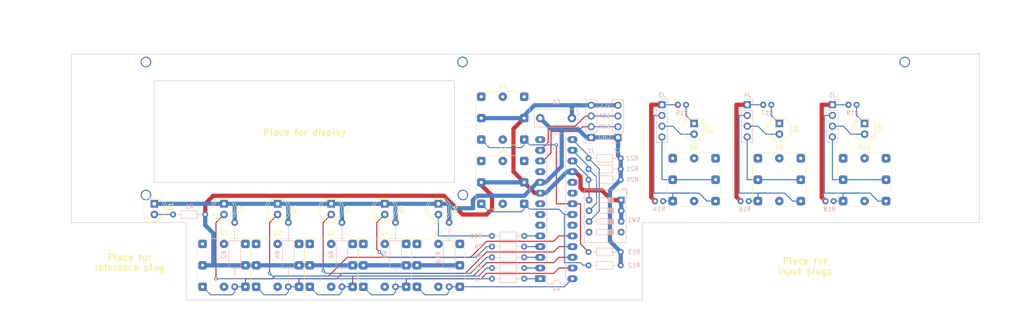
<source format=kicad_pcb>
(kicad_pcb (version 20211014) (generator pcbnew)
  (layers (0 "F.Cu" signal) (31 "B.Cu" signal) (34 "B.Paste" user) (35 "F.Paste" user) (36 "B.SilkS" user "B.Silkscreen") (37 "F.SilkS" user "F.Silkscreen") (38 "B.Mask" user) (39 "F.Mask" user) (44 "Edge.Cuts" user))
  (net 0 "")
  (net 1 "Net-(J1-Pad3)")
  (net 2 "Net-(J1-Pad2)")
  (net 3 "Net-(D6-Pad2)")
  (net 4 "Net-(D5-Pad2)")
  (net 5 "Net-(D4-Pad2)")
  (net 6 "Net-(D3-Pad2)")
  (net 7 "Net-(D2-Pad2)")
  (net 8 "Net-(D7-Pad2)")
  (net 9 "Net-(D7-Pad1)")
  (net 10 "Net-(D8-Pad2)")
  (net 11 "Net-(D8-Pad1)")
  (net 12 "Net-(D9-Pad2)")
  (net 13 "Net-(D9-Pad1)")
  (net 14 "Net-(J3-Pad4)")
  (net 15 "Net-(J3-Pad2)")
  (net 16 "Net-(J3-Pad1)")
  (net 17 "Net-(J4-Pad4)")
  (net 18 "Net-(J4-Pad2)")
  (net 19 "Net-(J4-Pad1)")
  (net 20 "Net-(J5-Pad4)")
  (net 21 "Net-(J5-Pad2)")
  (net 22 "Net-(J5-Pad1)")
  (net 23 "Net-(R2-Pad1)")
  (net 24 "Net-(R4-Pad1)")
  (net 25 "Net-(R6-Pad1)")
  (net 26 "Net-(R8-Pad1)")
  (net 27 "Net-(R10-Pad1)")
  (net 28 "Net-(R12-Pad1)")
  (net 29 "Net-(R13-Pad1)")
  (net 30 "Net-(R20-Pad1)")
  (net 31 "Net-(R21-Pad1)")
  (net 32 "Net-(R22-Pad1)")
  (net 33 "Net-(C1-Pad2)")
  (net 34 "Net-(C1-Pad1)")
  (net 35 "Net-(R3-Pad1)")
  (net 36 "Net-(R5-Pad1)")
  (net 37 "Net-(R7-Pad1)")
  (net 38 "Net-(R9-Pad1)")
  (net 39 "Net-(R11-Pad1)")
  (net 40 "Net-(D1-Pad2)")
  (footprint "Libs:SCHADOW_Button" (layer "F.Cu") (at 96.52 100.33)
    (fp_text reference "S3")
    (fp_text value "SCHADOW_Button")
  )
  (footprint "Libs:SCHADOW_Button" (layer "F.Cu") (at 71.12 100.33)
    (fp_text reference "S1")
    (fp_text value "SCHADOW_Button")
  )
  (footprint "Libs:SCHADOW_Button" (layer "F.Cu") (at 121.92 100.33)
    (fp_text reference "S5")
    (fp_text value "SCHADOW_Button")
  )
  (footprint "Libs:SCHADOW_Button" (layer "F.Cu") (at 109.22 100.33)
    (fp_text reference "S4")
    (fp_text value "SCHADOW_Button")
  )
  (footprint "LED_THT:LED_D5.0mm" (layer "F.Cu") (at 71.12 79.375 -90)
    (fp_text reference "D2")
    (fp_text value "LED")
  )
  (footprint "LED_THT:LED_D5.0mm" (layer "F.Cu") (at 83.82 79.375 -90)
    (fp_text reference "D3")
    (fp_text value "LED")
  )
  (footprint "LED_THT:LED_D5.0mm" (layer "F.Cu") (at 96.52 79.375 -90)
    (fp_text reference "D4")
    (fp_text value "LED")
  )
  (footprint "LED_THT:LED_D5.0mm" (layer "F.Cu") (at 109.22 79.375 -90)
    (fp_text reference "D5")
    (fp_text value "LED")
  )
  (footprint "LED_THT:LED_D5.0mm" (layer "F.Cu") (at 182.499 60.325 -90)
    (fp_text reference "D7")
    (fp_text value "LED")
  )
  (footprint "LED_THT:LED_D5.0mm" (layer "F.Cu") (at 222.885 60.325 -90)
    (fp_text reference "D9")
    (fp_text value "LED")
  )
  (footprint "Libs:SCHADOW_Button" (layer "F.Cu") (at 182.499 80.01)
    (fp_text reference "S8")
    (fp_text value "SCHADOW_Button")
  )
  (footprint "LED_THT:LED_D5.0mm" (layer "F.Cu") (at 54.61 79.375 -90)
    (fp_text reference "D1")
    (fp_text value "LED")
  )
  (footprint "Libs:SCHADOW_Button" (layer "F.Cu") (at 137.16 80.645)
    (fp_text reference "S6")
    (fp_text value "SCHADOW_Button")
  )
  (footprint "Libs:SCHADOW_Button" (layer "F.Cu") (at 137.16 65.405)
    (fp_text reference "S7")
    (fp_text value "SCHADOW_Button")
  )
  (footprint "LED_THT:LED_D5.0mm" (layer "F.Cu") (at 202.692 60.325 -90)
    (fp_text reference "D8")
    (fp_text value "LED")
  )
  (footprint "Libs:SCHADOW_Button" (layer "F.Cu") (at 202.692 80.01)
    (fp_text reference "S9")
    (fp_text value "SCHADOW_Button")
  )
  (footprint "Libs:SCHADOW_Button" (layer "F.Cu") (at 83.82 100.33)
    (fp_text reference "S2")
    (fp_text value "SCHADOW_Button")
  )
  (footprint "Libs:SCHADOW_Button" (layer "F.Cu") (at 222.885 80.01)
    (fp_text reference "S10")
    (fp_text value "SCHADOW_Button")
  )
  (footprint "LED_THT:LED_D5.0mm" (layer "F.Cu") (at 121.92 79.375 -90)
    (fp_text reference "D6")
    (fp_text value "LED")
  )
  (footprint "Resistor_THT:R_Axial_DIN0204_L3.6mm_D1.6mm_P7.62mm_Horizontal" (layer "B.Cu") (at 157.48 90.805)
    (fp_text reference "R13")
    (fp_text value "4,7k")
  )
  (footprint "Resistor_THT:R_Axial_DIN0204_L3.6mm_D1.6mm_P7.62mm_Horizontal" (layer "B.Cu") (at 142.24 89.535 180)
    (fp_text reference "R9")
    (fp_text value "220")
  )
  (footprint "Resistor_THT:R_Axial_DIN0204_L3.6mm_D1.6mm_P7.62mm_Horizontal" (layer "B.Cu") (at 142.24 92.075 180)
    (fp_text reference "R7")
    (fp_text value "220")
  )
  (footprint "Resistor_THT:R_Axial_DIN0207_L6.3mm_D2.5mm_P15.24mm_Horizontal" (layer "B.Cu") (at 99.06 99.06 90)
    (fp_text reference "R6")
    (fp_text value "4,7k")
  )
  (footprint "Resistor_THT:R_Axial_DIN0204_L3.6mm_D1.6mm_P7.62mm_Horizontal" (layer "B.Cu") (at 157.48 93.98)
    (fp_text reference "R12")
    (fp_text value "4,7k")
  )
  (footprint "Package_DIP:DIP-28_W7.62mm_LongPads" (layer "B.Cu") (at 146.05 97.155)
    (fp_text reference "U1")
    (fp_text value "MCP23017_SP")
  )
  (footprint "Resistor_THT:R_Axial_DIN0207_L6.3mm_D2.5mm_P15.24mm_Horizontal" (layer "B.Cu") (at 73.66 99.06 90)
    (fp_text reference "R2")
    (fp_text value "4,7k")
  )
  (footprint "Resistor_THT:R_Axial_DIN0207_L6.3mm_D2.5mm_P15.24mm_Horizontal" (layer "B.Cu") (at 111.76 99.06 90)
    (fp_text reference "R8")
    (fp_text value "4,7k")
  )
  (footprint "Connector_PinHeader_2.54mm:PinHeader_1x04_P2.54mm_Vertical" (layer "B.Cu") (at 174.879 55.88 180)
    (fp_text reference "J3")
    (fp_text value "Conn_01x04_Male")
  )
  (footprint "Connector_PinHeader_2.54mm:PinHeader_1x04_P2.54mm_Vertical" (layer "B.Cu") (at 215.265 55.88 180)
    (fp_text reference "J5")
    (fp_text value "Conn_01x04_Male")
  )
  (footprint "Resistor_THT:R_Axial_DIN0204_L3.6mm_D1.6mm_P1.90mm_Vertical" (layer "B.Cu") (at 178.694 55.88)
    (fp_text reference "R15")
    (fp_text value "220")
  )
  (footprint "Resistor_THT:R_Axial_DIN0204_L3.6mm_D1.6mm_P1.90mm_Vertical" (layer "B.Cu") (at 213.6375 78.74)
    (fp_text reference "R18")
    (fp_text value "4,7k")
  )
  (footprint "Resistor_THT:R_Axial_DIN0204_L3.6mm_D1.6mm_P1.90mm_Vertical" (layer "B.Cu") (at 219.08 55.88)
    (fp_text reference "R19")
    (fp_text value "220")
  )
  (footprint "Resistor_THT:R_Axial_DIN0204_L3.6mm_D1.6mm_P7.62mm_Horizontal" (layer "B.Cu") (at 157.48 71.12)
    (fp_text reference "R21")
    (fp_text value "4,7k")
  )
  (footprint "Resistor_THT:R_Axial_DIN0204_L3.6mm_D1.6mm_P7.62mm_Horizontal" (layer "B.Cu") (at 157.48 68.58)
    (fp_text reference "R22")
    (fp_text value "4,7k")
  )
  (footprint "Capacitor_THT:C_Rect_L10.0mm_W4.0mm_P7.50mm_FKS3_FKP3" (layer "B.Cu") (at 153.55 59.055 180)
    (fp_text reference "C1")
    (fp_text value "100nF")
  )
  (footprint "Button_Switch_THT:SW_DIP_SPSTx04_Slide_9.78x12.34mm_W7.62mm_P2.54mm" (layer "B.Cu") (at 165.227 78.486 180)
    (fp_text reference "SW1")
    (fp_text value "SW_DIP_x04")
  )
  (footprint "Resistor_THT:R_Axial_DIN0204_L3.6mm_D1.6mm_P7.62mm_Horizontal" (layer "B.Cu") (at 157.48 73.66)
    (fp_text reference "R20")
    (fp_text value "4,7k")
  )
  (footprint "Resistor_THT:R_Axial_DIN0204_L3.6mm_D1.6mm_P7.62mm_Horizontal" (layer "B.Cu") (at 142.24 97.155 180)
    (fp_text reference "R3")
    (fp_text value "220")
  )
  (footprint "Resistor_THT:R_Axial_DIN0204_L3.6mm_D1.6mm_P7.62mm_Horizontal" (layer "B.Cu") (at 142.24 94.615 180)
    (fp_text reference "R5")
    (fp_text value "220")
  )
  (footprint "Resistor_THT:R_Axial_DIN0204_L3.6mm_D1.6mm_P7.62mm_Horizontal" (layer "B.Cu") (at 142.24 86.995 180)
    (fp_text reference "R11")
    (fp_text value "220")
  )
  (footprint "Resistor_THT:R_Axial_DIN0204_L3.6mm_D1.6mm_P7.62mm_Horizontal" (layer "B.Cu") (at 66.675 81.915 180)
    (fp_text reference "R1")
    (fp_text value "220")
  )
  (footprint "Resistor_THT:R_Axial_DIN0207_L6.3mm_D2.5mm_P15.24mm_Horizontal" (layer "B.Cu") (at 124.46 99.06 90)
    (fp_text reference "R10")
    (fp_text value "4,7k")
  )
  (footprint "Connector_PinHeader_2.54mm:PinHeader_1x04_P2.54mm_Vertical" (layer "B.Cu") (at 164.465 63.627)
    (fp_text reference "J2")
    (fp_text value "Conn_01x04_Male")
  )
  (footprint "Connector_PinHeader_2.54mm:PinHeader_1x04_P2.54mm_Vertical" (layer "B.Cu") (at 158.115 63.627)
    (fp_text reference "J1")
    (fp_text value "Conn_01x04_Male")
  )
  (footprint "Resistor_THT:R_Axial_DIN0204_L3.6mm_D1.6mm_P1.90mm_Vertical" (layer "B.Cu") (at 173.2515 78.74)
    (fp_text reference "R14")
    (fp_text value "4,7k")
  )
  (footprint "Resistor_THT:R_Axial_DIN0204_L3.6mm_D1.6mm_P1.90mm_Vertical" (layer "B.Cu") (at 198.887 55.88)
    (fp_text reference "R17")
    (fp_text value "220")
  )
  (footprint "Resistor_THT:R_Axial_DIN0204_L3.6mm_D1.6mm_P1.90mm_Vertical" (layer "B.Cu") (at 193.5245 78.74)
    (fp_text reference "R16")
    (fp_text value "4,7k")
  )
  (footprint "Connector_PinHeader_2.54mm:PinHeader_1x04_P2.54mm_Vertical" (layer "B.Cu") (at 195.072 55.88 180)
    (fp_text reference "J4")
    (fp_text value "Conn_01x04_Male")
  )
  (footprint "Resistor_THT:R_Axial_DIN0207_L6.3mm_D2.5mm_P15.24mm_Horizontal" (layer "B.Cu") (at 86.36 99.06 90)
    (fp_text reference "R4")
    (fp_text value "4,7k")
  )
  (gr_line (start 34.925 83.82) (end 34.925 43.815) (layer "Edge.Cuts") (width 0.15))
  (gr_line (start 54.61 50.165) (end 54.61 74.295) (layer "Edge.Cuts") (width 0.15))
  (gr_line (start 125.73 74.295) (end 125.73 50.165) (layer "Edge.Cuts") (width 0.15))
  (gr_line (start 170.18 102.235) (end 62.23 102.235) (layer "Edge.Cuts") (width 0.15))
  (gr_line (start 170.18 83.8835) (end 170.18 102.235) (layer "Edge.Cuts") (width 0.15))
  (gr_line (start 125.73 50.165) (end 54.61 50.165) (layer "Edge.Cuts") (width 0.15))
  (gr_line (start 34.925 43.815) (end 250.063 43.815) (layer "Edge.Cuts") (width 0.15))
  (gr_line (start 34.925 83.82) (end 62.23 83.82) (layer "Edge.Cuts") (width 0.15))
  (gr_line (start 62.23 83.82) (end 62.23 102.235) (layer "Edge.Cuts") (width 0.15))
  (gr_line (start 250.063 83.82) (end 170.18 83.8835) (layer "Edge.Cuts") (width 0.15))
  (gr_line (start 54.61 74.295) (end 125.73 74.295) (layer "Edge.Cuts") (width 0.15))
  (gr_line (start 250.063 43.815) (end 250.063 83.82) (layer "Edge.Cuts") (width 0.15))
  (gr_text "VCC" (at 161.29 56.007) (layer "B.SilkS") (effects (font (size 1 1)) (justify mirror)))
  (gr_text "GND" (at 161.29 63.627) (layer "B.SilkS") (effects (font (size 1 1)) (justify mirror)))
  (gr_text "SCK" (at 161.29 61.087) (layer "B.SilkS") (effects (font (size 1 1)) (justify mirror)))
  (gr_text "SDA" (at 161.29 58.547) (layer "B.SilkS") (effects (font (size 1 1)) (justify mirror)))
  (gr_text "Place for\nreference plug" (at 48.7426 93.2942) (layer "F.SilkS") (effects (font (size 1.5 1.5) (thickness 0.3))))
  (gr_text "Place for\ninput plugs" (at 208.7626 94.1832) (layer "F.SilkS") (effects (font (size 1.5 1.5) (thickness 0.3))))
  (gr_text "Place for display" (at 90.2208 62.3824) (layer "F.SilkS") (effects (font (size 1.5 1.5) (thickness 0.3))))
  (via (at 52.6288 45.72) (size 2.5) (drill 2) (layers "F.Cu" "B.Cu") (net 0))
  (via (at 127.635 45.72) (size 2.5) (drill 2) (layers "F.Cu" "B.Cu") (net 0))
  (via (at 127.7112 77.2922) (size 2.5) (drill 2) (layers "F.Cu" "B.Cu") (net 0))
  (via (at 232.41 45.72) (size 2.5) (drill 2) (layers "F.Cu" "B.Cu") (net 0))
  (via (at 52.6288 77.2922) (size 2.5) (drill 2) (layers "F.Cu" "B.Cu") (net 0))
  (segment (start 156.718 58.547) (end 158.115 58.547) (width 0.25) (layer "F.Cu") (net 1))
  (segment (start 147.955 64.77) (end 147.955 60.96) (width 0.25) (layer "F.Cu") (net 1))
  (segment (start 146.05 66.675) (end 147.955 64.77) (width 0.25) (layer "F.Cu") (net 1))
  (segment (start 154.305 60.96) (end 156.718 58.547) (width 0.25) (layer "F.Cu") (net 1))
  (segment (start 147.955 60.96) (end 154.305 60.96) (width 0.25) (layer "F.Cu") (net 1))
  (segment (start 164.465 58.547) (end 158.115 58.547) (width 0.25) (layer "B.Cu") (net 1))
  (segment (start 156.083 61.087) (end 158.115 61.087) (width 0.25) (layer "F.Cu") (net 2))
  (segment (start 146.05 69.215) (end 146.685 69.215) (width 0.25) (layer "F.Cu") (net 2))
  (segment (start 146.685 69.215) (end 148.59 67.31) (width 0.25) (layer "F.Cu") (net 2))
  (segment (start 148.59 62.23) (end 154.94 62.23) (width 0.25) (layer "F.Cu") (net 2))
  (segment (start 148.59 67.31) (end 148.59 62.23) (width 0.25) (layer "F.Cu") (net 2))
  (segment (start 154.94 62.23) (end 156.083 61.087) (width 0.25) (layer "F.Cu") (net 2))
  (segment (start 164.465 61.087) (end 158.115 61.087) (width 0.25) (layer "B.Cu") (net 2))
  (segment (start 121.92 86.995) (end 121.92 81.915) (width 0.25) (layer "B.Cu") (net 3))
  (segment (start 134.62 86.995) (end 121.92 86.995) (width 0.25) (layer "B.Cu") (net 3))
  (segment (start 107.315 90.17) (end 107.315 83.82) (width 0.25) (layer "F.Cu") (net 4))
  (segment (start 107.95 90.805) (end 107.315 90.17) (width 0.25) (layer "F.Cu") (net 4))
  (segment (start 107.315 83.82) (end 109.22 81.915) (width 0.25) (layer "F.Cu") (net 4))
  (via (at 107.95 90.805) (size 0.8) (drill 0.4) (layers "F.Cu" "B.Cu") (net 4))
  (segment (start 130.81 92.075) (end 133.35 89.535) (width 0.25) (layer "B.Cu") (net 4))
  (segment (start 133.35 89.535) (end 134.62 89.535) (width 0.25) (layer "B.Cu") (net 4))
  (segment (start 107.95 90.805) (end 109.22 92.075) (width 0.25) (layer "B.Cu") (net 4))
  (segment (start 109.22 92.075) (end 130.81 92.075) (width 0.25) (layer "B.Cu") (net 4))
  (segment (start 94.615 83.82) (end 96.52 81.915) (width 0.25) (layer "F.Cu") (net 5))
  (segment (start 94.615 95.25) (end 94.615 83.82) (width 0.25) (layer "F.Cu") (net 5))
  (via (at 94.615 95.25) (size 0.8) (drill 0.4) (layers "F.Cu" "B.Cu") (net 5))
  (segment (start 94.615 95.25) (end 95.25 95.885) (width 0.25) (layer "B.Cu") (net 5))
  (segment (start 133.35 92.075) (end 134.62 92.075) (width 0.25) (layer "B.Cu") (net 5))
  (segment (start 95.25 95.885) (end 129.54 95.885) (width 0.25) (layer "B.Cu") (net 5))
  (segment (start 129.54 95.885) (end 133.35 92.075) (width 0.25) (layer "B.Cu") (net 5))
  (segment (start 81.915 95.885) (end 81.915 83.82) (width 0.25) (layer "F.Cu") (net 6))
  (segment (start 81.915 83.82) (end 83.82 81.915) (width 0.25) (layer "F.Cu") (net 6))
  (via (at 81.915 95.885) (size 0.8) (drill 0.4) (layers "F.Cu" "B.Cu") (net 6))
  (segment (start 81.915 95.885) (end 82.55 96.52) (width 0.25) (layer "B.Cu") (net 6))
  (segment (start 133.35 94.615) (end 134.62 94.615) (width 0.25) (layer "B.Cu") (net 6))
  (segment (start 131.445 96.52) (end 133.35 94.615) (width 0.25) (layer "B.Cu") (net 6))
  (segment (start 82.55 96.52) (end 131.445 96.52) (width 0.25) (layer "B.Cu") (net 6))
  (segment (start 69.215 97.155) (end 69.215 83.82) (width 0.25) (layer "F.Cu") (net 7))
  (segment (start 69.215 83.82) (end 71.12 81.915) (width 0.25) (layer "F.Cu") (net 7))
  (via (at 69.215 97.155) (size 0.8) (drill 0.4) (layers "F.Cu" "B.Cu") (net 7))
  (segment (start 134.62 97.155) (end 69.215 97.155) (width 0.25) (layer "B.Cu") (net 7))
  (segment (start 177.419 60.96) (end 174.879 60.96) (width 0.25) (layer "B.Cu") (net 8))
  (segment (start 182.499 62.865) (end 179.324 62.865) (width 0.25) (layer "B.Cu") (net 8))
  (segment (start 179.324 62.865) (end 177.419 60.96) (width 0.25) (layer "B.Cu") (net 8))
  (segment (start 180.594 55.88) (end 180.594 58.42) (width 0.25) (layer "B.Cu") (net 9))
  (segment (start 180.594 58.42) (end 182.499 60.325) (width 0.25) (layer "B.Cu") (net 9))
  (segment (start 202.692 62.865) (end 199.517 62.865) (width 0.25) (layer "B.Cu") (net 10))
  (segment (start 199.517 62.865) (end 197.612 60.96) (width 0.25) (layer "B.Cu") (net 10))
  (segment (start 197.612 60.96) (end 195.072 60.96) (width 0.25) (layer "B.Cu") (net 10))
  (segment (start 200.787 58.42) (end 202.692 60.325) (width 0.25) (layer "B.Cu") (net 11))
  (segment (start 200.787 55.88) (end 200.787 58.42) (width 0.25) (layer "B.Cu") (net 11))
  (segment (start 222.885 62.865) (end 219.71 62.865) (width 0.25) (layer "B.Cu") (net 12))
  (segment (start 219.71 62.865) (end 217.805 60.96) (width 0.25) (layer "B.Cu") (net 12))
  (segment (start 217.805 60.96) (end 215.265 60.96) (width 0.25) (layer "B.Cu") (net 12))
  (segment (start 220.98 55.88) (end 220.98 58.42) (width 0.25) (layer "B.Cu") (net 13))
  (segment (start 220.98 58.42) (end 222.885 60.325) (width 0.25) (layer "B.Cu") (net 13))
  (segment (start 174.879 73.66) (end 174.879 63.5) (width 0.25) (layer "B.Cu") (net 14))
  (segment (start 187.579 73.66) (end 177.419 73.66) (width 0.25) (layer "B.Cu") (net 14))
  (segment (start 177.419 73.66) (end 174.879 73.66) (width 0.25) (layer "B.Cu") (net 14))
  (segment (start 172.974 76.835) (end 172.974 58.42) (width 0.25) (layer "B.Cu") (net 15))
  (segment (start 177.419 78.74) (end 175.1515 78.74) (width 0.25) (layer "B.Cu") (net 15))
  (segment (start 187.579 78.74) (end 185.547 78.74) (width 0.25) (layer "B.Cu") (net 15))
  (segment (start 183.642 76.835) (end 181.229 76.835) (width 0.25) (layer "B.Cu") (net 15))
  (segment (start 185.547 78.74) (end 183.642 76.835) (width 0.25) (layer "B.Cu") (net 15))
  (segment (start 177.419 76.835) (end 177.419 78.74) (width 0.25) (layer "B.Cu") (net 15))
  (segment (start 181.229 76.835) (end 172.974 76.835) (width 0.25) (layer "B.Cu") (net 15))
  (segment (start 181.229 76.835) (end 177.419 76.835) (width 0.25) (layer "B.Cu") (net 15))
  (segment (start 172.974 58.42) (end 174.879 58.42) (width 0.25) (layer "B.Cu") (net 15))
  (segment (start 172.339 77.8275) (end 173.2515 78.74) (width 1) (layer "F.Cu") (net 16))
  (segment (start 172.339 55.88) (end 172.339 77.8275) (width 1) (layer "F.Cu") (net 16))
  (segment (start 174.879 55.88) (end 172.339 55.88) (width 1) (layer "F.Cu") (net 16))
  (segment (start 174.879 55.88) (end 178.694 55.88) (width 0.25) (layer "B.Cu") (net 16))
  (segment (start 195.072 73.66) (end 195.072 63.5) (width 0.25) (layer "B.Cu") (net 17))
  (segment (start 207.772 73.66) (end 197.612 73.66) (width 0.25) (layer "B.Cu") (net 17))
  (segment (start 197.612 73.66) (end 195.072 73.66) (width 0.25) (layer "B.Cu") (net 17))
  (segment (start 193.167 76.835) (end 193.167 58.42) (width 0.25) (layer "B.Cu") (net 18))
  (segment (start 197.612 78.74) (end 195.4245 78.74) (width 0.25) (layer "B.Cu") (net 18))
  (segment (start 207.772 78.74) (end 205.867 78.74) (width 0.25) (layer "B.Cu") (net 18))
  (segment (start 197.612 76.835) (end 197.612 78.74) (width 0.25) (layer "B.Cu") (net 18))
  (segment (start 199.517 76.835) (end 193.167 76.835) (width 0.25) (layer "B.Cu") (net 18))
  (segment (start 205.867 78.74) (end 203.962 76.835) (width 0.25) (layer "B.Cu") (net 18))
  (segment (start 199.517 76.835) (end 197.612 76.835) (width 0.25) (layer "B.Cu") (net 18))
  (segment (start 193.167 58.42) (end 195.072 58.42) (width 0.25) (layer "B.Cu") (net 18))
  (segment (start 203.962 76.835) (end 199.517 76.835) (width 0.25) (layer "B.Cu") (net 18))
  (segment (start 195.072 55.88) (end 192.532 55.88) (width 1) (layer "F.Cu") (net 19))
  (segment (start 192.532 55.88) (end 192.532 77.7475) (width 1) (layer "F.Cu") (net 19))
  (segment (start 192.532 77.7475) (end 193.5245 78.74) (width 1) (layer "F.Cu") (net 19))
  (segment (start 195.072 55.88) (end 198.887 55.88) (width 0.25) (layer "B.Cu") (net 19))
  (segment (start 217.805 73.66) (end 215.265 73.66) (width 0.25) (layer "B.Cu") (net 20))
  (segment (start 227.965 73.66) (end 217.805 73.66) (width 0.25) (layer "B.Cu") (net 20))
  (segment (start 215.265 73.66) (end 215.265 63.5) (width 0.25) (layer "B.Cu") (net 20))
  (segment (start 224.155 76.835) (end 221.615 76.835) (width 0.25) (layer "B.Cu") (net 21))
  (segment (start 213.36 58.42) (end 215.265 58.42) (width 0.25) (layer "B.Cu") (net 21))
  (segment (start 221.615 76.835) (end 217.805 76.835) (width 0.25) (layer "B.Cu") (net 21))
  (segment (start 217.805 76.835) (end 217.805 78.74) (width 0.25) (layer "B.Cu") (net 21))
  (segment (start 221.615 76.835) (end 213.36 76.835) (width 0.25) (layer "B.Cu") (net 21))
  (segment (start 217.805 78.74) (end 215.5375 78.74) (width 0.25) (layer "B.Cu") (net 21))
  (segment (start 227.965 78.74) (end 226.06 78.74) (width 0.25) (layer "B.Cu") (net 21))
  (segment (start 226.06 78.74) (end 224.155 76.835) (width 0.25) (layer "B.Cu") (net 21))
  (segment (start 213.36 76.835) (end 213.36 58.42) (width 0.25) (layer "B.Cu") (net 21))
  (segment (start 212.725 55.88) (end 215.265 55.88) (width 1) (layer "F.Cu") (net 22))
  (segment (start 212.725 77.8275) (end 212.725 55.88) (width 1) (layer "F.Cu") (net 22))
  (segment (start 213.6375 78.74) (end 212.725 77.8275) (width 1) (layer "F.Cu") (net 22))
  (segment (start 215.265 55.88) (end 219.08 55.88) (width 0.25) (layer "B.Cu") (net 22))
  (segment (start 100.33 92.075) (end 95.885 96.52) (width 0.25) (layer "F.Cu") (net 23))
  (segment (start 82.55 97.155) (end 76.2 97.155) (width 0.25) (layer "F.Cu") (net 23))
  (segment (start 95.885 96.52) (end 83.185 96.52) (width 0.25) (layer "F.Cu") (net 23))
  (segment (start 129.54 92.075) (end 100.33 92.075) (width 0.25) (layer "F.Cu") (net 23))
  (segment (start 149.225 88.265) (end 133.35 88.265) (width 0.25) (layer "F.Cu") (net 23))
  (segment (start 153.67 86.995) (end 150.495 86.995) (width 0.25) (layer "F.Cu") (net 23))
  (segment (start 76.2 97.155) (end 76.2 99.06) (width 0.25) (layer "F.Cu") (net 23))
  (segment (start 150.495 86.995) (end 149.225 88.265) (width 0.25) (layer "F.Cu") (net 23))
  (segment (start 83.185 96.52) (end 82.55 97.155) (width 0.25) (layer "F.Cu") (net 23))
  (segment (start 133.35 88.265) (end 129.54 92.075) (width 0.25) (layer "F.Cu") (net 23))
  (segment (start 73.66 99.06) (end 76.2 99.06) (width 0.25) (layer "B.Cu") (net 23))
  (segment (start 66.04 99.06) (end 67.945 100.965) (width 0.25) (layer "B.Cu") (net 23))
  (segment (start 67.945 100.965) (end 73.025 100.965) (width 0.25) (layer "B.Cu") (net 23))
  (segment (start 73.66 100.33) (end 73.66 99.06) (width 0.25) (layer "B.Cu") (net 23))
  (segment (start 73.025 100.965) (end 73.66 100.33) (width 0.25) (layer "B.Cu") (net 23))
  (segment (start 149.225 90.805) (end 133.35 90.805) (width 0.25) (layer "F.Cu") (net 24))
  (segment (start 153.67 89.535) (end 150.495 89.535) (width 0.25) (layer "F.Cu") (net 24))
  (segment (start 133.35 90.805) (end 128.27 95.885) (width 0.25) (layer "F.Cu") (net 24))
  (segment (start 128.27 95.885) (end 99.06 95.885) (width 0.25) (layer "F.Cu") (net 24))
  (segment (start 97.79 97.155) (end 88.9 97.155) (width 0.25) (layer "F.Cu") (net 24))
  (segment (start 150.495 89.535) (end 149.225 90.805) (width 0.25) (layer "F.Cu") (net 24))
  (segment (start 88.9 97.155) (end 88.9 99.06) (width 0.25) (layer "F.Cu") (net 24))
  (segment (start 99.06 95.885) (end 97.79 97.155) (width 0.25) (layer "F.Cu") (net 24))
  (segment (start 86.36 100.33) (end 86.36 99.06) (width 0.25) (layer "B.Cu") (net 24))
  (segment (start 80.645 100.965) (end 85.725 100.965) (width 0.25) (layer "B.Cu") (net 24))
  (segment (start 85.725 100.965) (end 86.36 100.33) (width 0.25) (layer "B.Cu") (net 24))
  (segment (start 78.74 99.06) (end 80.645 100.965) (width 0.25) (layer "B.Cu") (net 24))
  (segment (start 86.36 99.06) (end 88.9 99.06) (width 0.25) (layer "B.Cu") (net 24))
  (segment (start 153.67 92.075) (end 150.495 92.075) (width 0.25) (layer "F.Cu") (net 25))
  (segment (start 149.225 93.345) (end 133.35 93.345) (width 0.25) (layer "F.Cu") (net 25))
  (segment (start 130.175 96.52) (end 101.6 96.52) (width 0.25) (layer "F.Cu") (net 25))
  (segment (start 150.495 92.075) (end 149.225 93.345) (width 0.25) (layer "F.Cu") (net 25))
  (segment (start 133.35 93.345) (end 130.175 96.52) (width 0.25) (layer "F.Cu") (net 25))
  (segment (start 101.6 96.52) (end 101.6 99.06) (width 0.25) (layer "F.Cu") (net 25))
  (segment (start 98.425 100.965) (end 99.06 100.33) (width 0.25) (layer "B.Cu") (net 25))
  (segment (start 99.06 99.06) (end 101.6 99.06) (width 0.25) (layer "B.Cu") (net 25))
  (segment (start 93.345 100.965) (end 98.425 100.965) (width 0.25) (layer "B.Cu") (net 25))
  (segment (start 91.44 99.06) (end 93.345 100.965) (width 0.25) (layer "B.Cu") (net 25))
  (segment (start 99.06 100.33) (end 99.06 99.06) (width 0.25) (layer "B.Cu") (net 25))
  (segment (start 150.495 94.615) (end 149.225 95.885) (width 0.25) (layer "F.Cu") (net 26))
  (segment (start 153.67 94.615) (end 150.495 94.615) (width 0.25) (layer "F.Cu") (net 26))
  (segment (start 132.08 97.155) (end 114.3 97.155) (width 0.25) (layer "F.Cu") (net 26))
  (segment (start 114.3 97.155) (end 114.3 99.06) (width 0.25) (layer "F.Cu") (net 26))
  (segment (start 149.225 95.885) (end 133.35 95.885) (width 0.25) (layer "F.Cu") (net 26))
  (segment (start 133.35 95.885) (end 132.08 97.155) (width 0.25) (layer "F.Cu") (net 26))
  (segment (start 106.045 100.965) (end 111.125 100.965) (width 0.25) (layer "B.Cu") (net 26))
  (segment (start 111.76 99.06) (end 114.3 99.06) (width 0.25) (layer "B.Cu") (net 26))
  (segment (start 104.14 99.06) (end 106.045 100.965) (width 0.25) (layer "B.Cu") (net 26))
  (segment (start 111.76 100.33) (end 111.76 99.06) (width 0.25) (layer "B.Cu") (net 26))
  (segment (start 111.125 100.965) (end 111.76 100.33) (width 0.25) (layer "B.Cu") (net 26))
  (segment (start 118.745 100.965) (end 123.825 100.965) (width 0.25) (layer "B.Cu") (net 27))
  (segment (start 123.825 100.965) (end 124.46 100.33) (width 0.25) (layer "B.Cu") (net 27))
  (segment (start 124.46 99.06) (end 127 99.06) (width 0.25) (layer "B.Cu") (net 27))
  (segment (start 151.765 99.06) (end 153.67 97.155) (width 0.25) (layer "B.Cu") (net 27))
  (segment (start 127 99.06) (end 151.765 99.06) (width 0.25) (layer "B.Cu") (net 27))
  (segment (start 116.84 99.06) (end 118.745 100.965) (width 0.25) (layer "B.Cu") (net 27))
  (segment (start 124.46 100.33) (end 124.46 99.06) (width 0.25) (layer "B.Cu") (net 27))
  (segment (start 141.605 81.28) (end 133.985 81.28) (width 0.25) (layer "B.Cu") (net 28))
  (segment (start 153.67 81.915) (end 151.765 81.915) (width 0.25) (layer "B.Cu") (net 28))
  (segment (start 151.765 93.345) (end 151.765 81.915) (width 0.25) (layer "B.Cu") (net 28))
  (segment (start 155.575 93.345) (end 151.765 93.345) (width 0.25) (layer "B.Cu") (net 28))
  (segment (start 157.48 93.98) (end 156.21 93.98) (width 0.25) (layer "B.Cu") (net 28))
  (segment (start 142.24 80.645) (end 141.605 81.28) (width 0.25) (layer "B.Cu") (net 28))
  (segment (start 133.985 81.28) (end 132.08 79.375) (width 0.25) (layer "B.Cu") (net 28))
  (segment (start 156.21 93.98) (end 155.575 93.345) (width 0.25) (layer "B.Cu") (net 28))
  (segment (start 150.495 80.645) (end 143.51 80.645) (width 0.25) (layer "B.Cu") (net 28))
  (segment (start 151.765 81.915) (end 150.495 80.645) (width 0.25) (layer "B.Cu") (net 28))
  (segment (start 143.51 80.645) (end 142.24 79.375) (width 0.25) (layer "B.Cu") (net 28))
  (segment (start 142.24 79.375) (end 142.24 80.645) (width 0.25) (layer "B.Cu") (net 28))
  (segment (start 155.575 79.375) (end 155.575 88.9) (width 0.25) (layer "F.Cu") (net 29))
  (segment (start 149.86 79.375) (end 153.67 79.375) (width 0.25) (layer "F.Cu") (net 29))
  (segment (start 155.575 88.9) (end 157.48 90.805) (width 0.25) (layer "F.Cu") (net 29))
  (segment (start 149.86 65.405) (end 149.86 79.375) (width 0.25) (layer "F.Cu") (net 29))
  (segment (start 153.67 79.375) (end 155.575 79.375) (width 0.25) (layer "F.Cu") (net 29))
  (via (at 149.86 65.405) (size 0.8) (drill 0.4) (layers "F.Cu" "B.Cu") (net 29))
  (segment (start 133.985 66.04) (end 132.08 64.135) (width 0.25) (layer "B.Cu") (net 29))
  (segment (start 141.605 66.04) (end 133.985 66.04) (width 0.25) (layer "B.Cu") (net 29))
  (segment (start 143.51 65.405) (end 142.24 64.135) (width 0.25) (layer "B.Cu") (net 29))
  (segment (start 142.24 65.405) (end 141.605 66.04) (width 0.25) (layer "B.Cu") (net 29))
  (segment (start 149.86 65.405) (end 143.51 65.405) (width 0.25) (layer "B.Cu") (net 29))
  (segment (start 142.24 64.135) (end 142.24 65.405) (width 0.25) (layer "B.Cu") (net 29))
  (segment (start 157.48 73.025) (end 153.67 69.215) (width 0.25) (layer "B.Cu") (net 30))
  (segment (start 157.607 78.486) (end 157.607 73.787) (width 0.25) (layer "B.Cu") (net 30))
  (segment (start 157.607 73.787) (end 157.48 73.66) (width 0.25) (layer "B.Cu") (net 30))
  (segment (start 157.48 73.66) (end 157.48 73.025) (width 0.25) (layer "B.Cu") (net 30))
  (segment (start 157.48 71.12) (end 159.385 73.025) (width 0.25) (layer "B.Cu") (net 31))
  (segment (start 159.385 73.025) (end 159.385 79.248) (width 0.25) (layer "B.Cu") (net 31))
  (segment (start 159.385 79.248) (end 157.607 81.026) (width 0.25) (layer "B.Cu") (net 31))
  (segment (start 157.48 70.485) (end 153.67 66.675) (width 0.25) (layer "B.Cu") (net 31))
  (segment (start 157.48 71.12) (end 157.48 70.485) (width 0.25) (layer "B.Cu") (net 31))
  (segment (start 157.48 68.58) (end 160.02 71.12) (width 0.25) (layer "B.Cu") (net 32))
  (segment (start 160.02 71.12) (end 160.02 81.153) (width 0.25) (layer "B.Cu") (net 32))
  (segment (start 160.02 81.153) (end 157.607 83.566) (width 0.25) (layer "B.Cu") (net 32))
  (segment (start 157.48 68.58) (end 157.48 67.945) (width 0.25) (layer "B.Cu") (net 32))
  (segment (start 157.48 67.945) (end 153.67 64.135) (width 0.25) (layer "B.Cu") (net 32))
  (segment (start 131.1402 77.47) (end 130.0988 78.5114) (width 1) (layer "B.Cu") (net 33))
  (segment (start 156.972 63.627) (end 154.94 61.595) (width 1) (layer "B.Cu") (net 33))
  (segment (start 125.5268 80.4418) (end 124.46 79.375) (width 1) (layer "B.Cu") (net 33))
  (segment (start 83.82 79.375) (end 73.66 79.375) (width 1) (layer "B.Cu") (net 33))
  (segment (start 109.22 79.375) (end 99.695 79.375) (width 1) (layer "B.Cu") (net 33))
  (segment (start 162.56 88.265) (end 163.195 88.9) (width 1) (layer "B.Cu") (net 33))
  (segment (start 163.195 88.9) (end 165.1 90.805) (width 1) (layer "B.Cu") (net 33))
  (segment (start 165.1 71.12) (end 165.1 73.66) (width 1) (layer "B.Cu") (net 33))
  (segment (start 165.1 93.98) (end 165.1 90.805) (width 1) (layer "B.Cu") (net 33))
  (segment (start 162.56 76.2) (end 162.56 88.265) (width 1) (layer "B.Cu") (net 33))
  (segment (start 154.94 61.595) (end 150.495 61.595) (width 1) (layer "B.Cu") (net 33))
  (segment (start 130.0988 80.4418) (end 125.5268 80.4418) (width 1) (layer "B.Cu") (net 33))
  (segment (start 86.36 79.375) (end 83.82 79.375) (width 1) (layer "B.Cu") (net 33))
  (segment (start 99.06 80.01) (end 99.695 79.375) (width 1) (layer "B.Cu") (net 33))
  (segment (start 150.495 61.595) (end 148.59 61.595) (width 1) (layer "B.Cu") (net 33))
  (segment (start 164.465 63.627) (end 164.465 67.945) (width 1) (layer "B.Cu") (net 33))
  (segment (start 73.66 83.82) (end 73.66 79.375) (width 1) (layer "B.Cu") (net 33))
  (segment (start 147.32 74.295) (end 151.13 70.485) (width 1) (layer "B.Cu") (net 33))
  (segment (start 111.76 79.375) (end 109.22 79.375) (width 1) (layer "B.Cu") (net 33))
  (segment (start 142.24 77.47) (end 131.1402 77.47) (width 1) (layer "B.Cu") (net 33))
  (segment (start 121.92 79.375) (end 111.76 79.375) (width 1) (layer "B.Cu") (net 33))
  (segment (start 146.05 74.295) (end 147.32 74.295) (width 1) (layer "B.Cu") (net 33))
  (segment (start 86.36 83.82) (end 86.36 79.375) (width 1) (layer "B.Cu") (net 33))
  (segment (start 71.12 79.375) (end 54.61 79.375) (width 1) (layer "B.Cu") (net 33))
  (segment (start 111.76 83.82) (end 111.76 79.375) (width 1) (layer "B.Cu") (net 33))
  (segment (start 165.1 73.66) (end 162.56 76.2) (width 1) (layer "B.Cu") (net 33))
  (segment (start 165.1 68.58) (end 165.1 71.12) (width 1) (layer "B.Cu") (net 33))
  (segment (start 73.66 79.375) (end 71.12 79.375) (width 1) (layer "B.Cu") (net 33))
  (segment (start 158.115 63.627) (end 156.972 63.627) (width 1) (layer "B.Cu") (net 33))
  (segment (start 151.13 62.23) (end 150.495 61.595) (width 1) (layer "B.Cu") (net 33))
  (segment (start 148.59 61.595) (end 146.05 59.055) (width 1) (layer "B.Cu") (net 33))
  (segment (start 97.155 79.375) (end 86.36 79.375) (width 1) (layer "B.Cu") (net 33))
  (segment (start 151.13 70.485) (end 151.13 62.23) (width 1) (layer "B.Cu") (net 33))
  (segment (start 146.05 74.295) (end 145.415 74.295) (width 1) (layer "B.Cu") (net 33))
  (segment (start 145.415 74.295) (end 142.24 77.47) (width 1) (layer "B.Cu") (net 33))
  (segment (start 99.06 83.82) (end 99.06 80.01) (width 1) (layer "B.Cu") (net 33))
  (segment (start 124.46 79.375) (end 121.92 79.375) (width 1) (layer "B.Cu") (net 33))
  (segment (start 130.0988 78.5114) (end 130.0988 80.4418) (width 1) (layer "B.Cu") (net 33))
  (segment (start 164.465 63.627) (end 158.115 63.627) (width 1) (layer "B.Cu") (net 33))
  (segment (start 124.46 83.82) (end 124.46 79.375) (width 1) (layer "B.Cu") (net 33))
  (segment (start 164.465 67.945) (end 165.1 68.58) (width 1) (layer "B.Cu") (net 33))
  (segment (start 99.695 79.375) (end 97.155 79.375) (width 1) (layer "B.Cu") (net 33))
  (segment (start 154.305 71.755) (end 153.67 71.755) (width 1) (layer "F.Cu") (net 34))
  (segment (start 132.08 74.295) (end 132.08 74.93) (width 1) (layer "F.Cu") (net 34))
  (segment (start 155.575 75.565) (end 155.575 73.025) (width 1) (layer "F.Cu") (net 34))
  (segment (start 66.675 79.375) (end 66.675 81.915) (width 1) (layer "F.Cu") (net 34))
  (segment (start 160.655 76.2) (end 156.21 76.2) (width 1) (layer "F.Cu") (net 34))
  (segment (start 155.575 73.025) (end 154.305 71.755) (width 1) (layer "F.Cu") (net 34))
  (segment (start 123.19 77.47) (end 68.58 77.47) (width 1) (layer "F.Cu") (net 34))
  (segment (start 165.227 78.486) (end 162.941 78.486) (width 1) (layer "F.Cu") (net 34))
  (segment (start 146.05 76.835) (end 144.78 76.835) (width 1) (layer "F.Cu") (net 34))
  (segment (start 139.7 61.595) (end 142.24 59.055) (width 1) (layer "F.Cu") (net 34))
  (segment (start 133.35 81.915) (end 127.635 81.915) (width 1) (layer "F.Cu") (net 34))
  (segment (start 134.62 77.47) (end 134.62 80.645) (width 1) (layer "F.Cu") (net 34))
  (segment (start 127.635 81.915) (end 123.19 77.47) (width 1) (layer "F.Cu") (net 34))
  (segment (start 144.78 76.835) (end 142.24 74.295) (width 1) (layer "F.Cu") (net 34))
  (segment (start 156.21 76.2) (end 155.575 75.565) (width 1) (layer "F.Cu") (net 34))
  (segment (start 142.24 74.295) (end 139.7 71.755) (width 1) (layer "F.Cu") (net 34))
  (segment (start 68.58 77.47) (end 66.675 79.375) (width 1) (layer "F.Cu") (net 34))
  (segment (start 139.7 71.755) (end 139.7 61.595) (width 1) (layer "F.Cu") (net 34))
  (segment (start 162.941 78.486) (end 160.655 76.2) (width 1) (layer "F.Cu") (net 34))
  (segment (start 132.08 74.93) (end 134.62 77.47) (width 1) (layer "F.Cu") (net 34))
  (segment (start 134.62 80.645) (end 133.35 81.915) (width 1) (layer "F.Cu") (net 34))
  (segment (start 78.74 93.98) (end 88.9 93.98) (width 1) (layer "B.Cu") (net 34))
  (segment (start 132.08 59.055) (end 142.24 59.055) (width 1) (layer "B.Cu") (net 34))
  (segment (start 152.4 71.755) (end 153.67 71.755) (width 1) (layer "B.Cu") (net 34))
  (segment (start 165.227 83.566) (end 165.227 81.026) (width 1) (layer "B.Cu") (net 34))
  (segment (start 132.08 74.295) (end 142.24 74.295) (width 1) (layer "B.Cu") (net 34))
  (segment (start 144.653 56.007) (end 155.448 56.007) (width 1) (layer "B.Cu") (net 34))
  (segment (start 101.6 93.98) (end 104.14 93.98) (width 1) (layer "B.Cu") (net 34))
  (segment (start 104.14 93.98) (end 114.3 93.98) (width 1) (layer "B.Cu") (net 34))
  (segment (start 142.24 58.42) (end 144.653 56.007) (width 1) (layer "B.Cu") (net 34))
  (segment (start 153.55 59.055) (end 153.55 56.007) (width 1) (layer "B.Cu") (net 34))
  (segment (start 66.675 84.455) (end 68.58 86.36) (width 1) (layer "B.Cu") (net 34))
  (segment (start 88.9 93.98) (end 91.44 93.98) (width 1) (layer "B.Cu") (net 34))
  (segment (start 66.675 81.915) (end 66.675 84.455) (width 1) (layer "B.Cu") (net 34))
  (segment (start 76.2 93.98) (end 78.74 93.98) (width 1) (layer "B.Cu") (net 34))
  (segment (start 116.84 93.98) (end 127 93.98) (width 1) (layer "B.Cu") (net 34))
  (segment (start 146.05 76.835) (end 147.32 76.835) (width 1) (layer "B.Cu") (net 34))
  (segment (start 68.58 93.98) (end 76.2 93.98) (width 1) (layer "B.Cu") (net 34))
  (segment (start 91.44 93.98) (end 101.6 93.98) (width 1) (layer "B.Cu") (net 34))
  (segment (start 142.24 59.055) (end 142.24 58.42) (width 1) (layer "B.Cu") (net 34))
  (segment (start 153.55 56.007) (end 155.448 56.007) (width 1) (layer "B.Cu") (net 34))
  (segment (start 147.32 76.835) (end 152.4 71.755) (width 1) (layer "B.Cu") (net 34))
  (segment (start 68.58 86.36) (end 68.58 93.98) (width 1) (layer "B.Cu") (net 34))
  (segment (start 155.448 56.007) (end 158.115 56.007) (width 1) (layer "B.Cu") (net 34))
  (segment (start 114.3 93.98) (end 116.84 93.98) (width 1) (layer "B.Cu") (net 34))
  (segment (start 164.465 56.007) (end 158.115 56.007) (width 1) (layer "B.Cu") (net 34))
  (segment (start 66.04 93.98) (end 68.58 93.98) (width 1) (layer "B.Cu") (net 34))
  (segment (start 165.227 81.026) (end 165.227 78.486) (width 1) (layer "B.Cu") (net 34))
  (segment (start 146.05 97.155) (end 142.24 97.155) (width 0.25) (layer "B.Cu") (net 35))
  (segment (start 146.05 94.615) (end 142.24 94.615) (width 0.25) (layer "B.Cu") (net 36))
  (segment (start 146.05 92.075) (end 142.24 92.075) (width 0.25) (layer "B.Cu") (net 37))
  (segment (start 146.05 89.535) (end 142.24 89.535) (width 0.25) (layer "B.Cu") (net 38))
  (segment (start 146.05 86.995) (end 142.24 86.995) (width 0.25) (layer "B.Cu") (net 39))
  (segment (start 59.055 81.915) (end 54.61 81.915) (width 0.25) (layer "B.Cu") (net 40))
)
</source>
